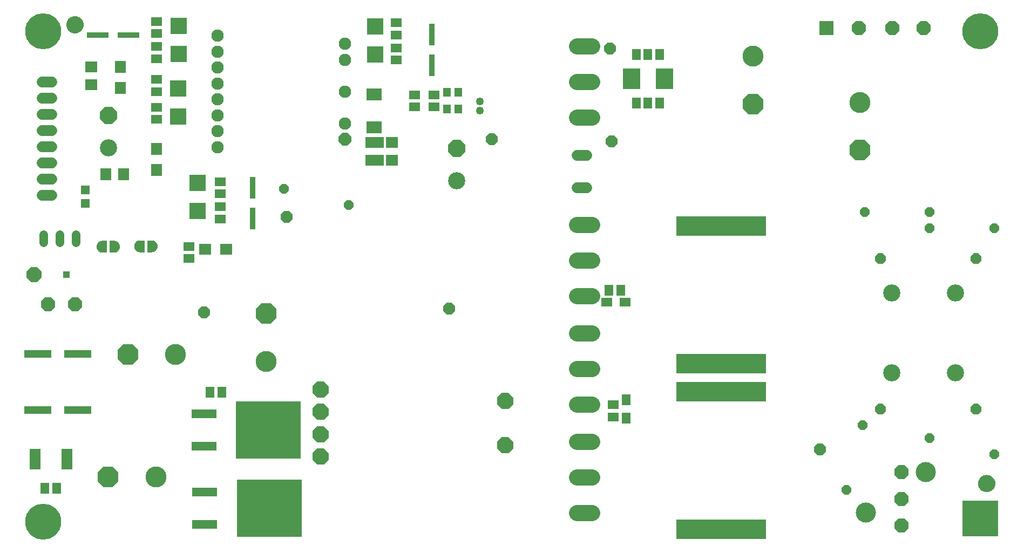
<source format=gts>
G75*
G70*
%OFA0B0*%
%FSLAX24Y24*%
%IPPOS*%
%LPD*%
%AMOC8*
5,1,8,0,0,1.08239X$1,22.5*
%
%ADD10C,0.1060*%
%ADD11OC8,0.0660*%
%ADD12OC8,0.0887*%
%ADD13C,0.1241*%
%ADD14OC8,0.0600*%
%ADD15R,0.0887X0.0887*%
%ADD16C,0.0050*%
%ADD17C,0.0990*%
%ADD18R,0.0572X0.0651*%
%ADD19R,0.0651X0.0532*%
%ADD20C,0.0660*%
%ADD21R,0.0532X0.0651*%
%ADD22R,0.0651X0.0572*%
%ADD23R,0.5572X0.1241*%
%ADD24R,0.1517X0.0572*%
%ADD25R,0.4036X0.3564*%
%ADD26C,0.1296*%
%ADD27OC8,0.1296*%
%ADD28OC8,0.0920*%
%ADD29R,0.0414X0.0414*%
%ADD30OC8,0.0710*%
%ADD31R,0.0651X0.0749*%
%ADD32R,0.1005X0.1005*%
%ADD33R,0.0749X0.0651*%
%ADD34R,0.0360X0.1340*%
%ADD35R,0.1340X0.0360*%
%ADD36R,0.0532X0.0532*%
%ADD37R,0.0690X0.0769*%
%ADD38R,0.0769X0.0690*%
%ADD39R,0.0926X0.0769*%
%ADD40R,0.1123X0.0690*%
%ADD41OC8,0.1060*%
%ADD42R,0.0454X0.0532*%
%ADD43C,0.0769*%
%ADD44OC8,0.0769*%
%ADD45R,0.0770X0.0690*%
%ADD46R,0.0660X0.1260*%
%ADD47R,0.1660X0.0490*%
%ADD48OC8,0.0990*%
%ADD49R,0.0560X0.0660*%
%ADD50R,0.1060X0.1260*%
%ADD51C,0.0010*%
%ADD52C,0.0540*%
%ADD53C,0.0493*%
%ADD54R,0.2225X0.2225*%
%ADD55C,0.2225*%
D10*
X029462Y024125D03*
X007937Y026175D03*
X056319Y017186D03*
X060256Y017186D03*
X060256Y012264D03*
X056319Y012264D03*
D11*
X055612Y010050D03*
X061512Y010050D03*
X061512Y019350D03*
X055612Y019350D03*
D12*
X056912Y006129D03*
X056912Y004475D03*
X056912Y002821D03*
X005864Y016500D03*
X004211Y016500D03*
X054285Y033567D03*
X056335Y033567D03*
X058285Y033567D03*
D13*
X058428Y006129D03*
X054727Y003648D03*
D14*
X053512Y005025D03*
X058662Y008225D03*
X062662Y007225D03*
X054512Y009025D03*
X058662Y021200D03*
X058662Y022200D03*
X054662Y022200D03*
X062662Y021200D03*
X022787Y022625D03*
X018787Y023625D03*
D15*
X052285Y033567D03*
D16*
X006374Y033771D02*
X006367Y033684D01*
X006344Y033600D01*
X006307Y033521D01*
X006257Y033449D01*
X006196Y033388D01*
X006124Y033338D01*
X006045Y033301D01*
X005961Y033278D01*
X005874Y033271D01*
X005787Y033278D01*
X005703Y033301D01*
X005624Y033338D01*
X005553Y033388D01*
X005491Y033449D01*
X005441Y033521D01*
X005404Y033600D01*
X005382Y033684D01*
X005374Y033771D01*
X005382Y033858D01*
X005404Y033942D01*
X005441Y034021D01*
X005491Y034092D01*
X005553Y034154D01*
X005624Y034204D01*
X005703Y034241D01*
X005787Y034263D01*
X005874Y034271D01*
X005961Y034263D01*
X006045Y034241D01*
X006124Y034204D01*
X006196Y034154D01*
X006257Y034092D01*
X006307Y034021D01*
X006344Y033942D01*
X006367Y033858D01*
X006374Y033771D01*
X006374Y033777D02*
X005375Y033777D01*
X005378Y033729D02*
X006371Y033729D01*
X006366Y033680D02*
X005383Y033680D01*
X005396Y033632D02*
X006353Y033632D01*
X006336Y033583D02*
X005412Y033583D01*
X005435Y033535D02*
X006314Y033535D01*
X006283Y033486D02*
X005466Y033486D01*
X005503Y033438D02*
X006245Y033438D01*
X006197Y033389D02*
X005552Y033389D01*
X005620Y033341D02*
X006128Y033341D01*
X006012Y033292D02*
X005736Y033292D01*
X005379Y033826D02*
X006369Y033826D01*
X006362Y033874D02*
X005386Y033874D01*
X005399Y033923D02*
X006349Y033923D01*
X006330Y033971D02*
X005418Y033971D01*
X005441Y034020D02*
X006308Y034020D01*
X006274Y034068D02*
X005474Y034068D01*
X005516Y034117D02*
X006233Y034117D01*
X006180Y034165D02*
X005569Y034165D01*
X005645Y034214D02*
X006103Y034214D01*
X005965Y034262D02*
X005783Y034262D01*
X061740Y005674D02*
X061790Y005746D01*
X061852Y005807D01*
X061923Y005857D01*
X062002Y005894D01*
X062087Y005917D01*
X062173Y005924D01*
X062260Y005917D01*
X062345Y005894D01*
X062423Y005857D01*
X062495Y005807D01*
X062557Y005746D01*
X062607Y005674D01*
X062643Y005595D01*
X062666Y005511D01*
X062673Y005424D01*
X062666Y005338D01*
X062643Y005253D01*
X062607Y005174D01*
X062557Y005103D01*
X062495Y005041D01*
X062423Y004991D01*
X062345Y004955D01*
X062260Y004932D01*
X062173Y004924D01*
X062087Y004932D01*
X062002Y004955D01*
X061923Y004991D01*
X061852Y005041D01*
X061790Y005103D01*
X061740Y005174D01*
X061704Y005253D01*
X061681Y005338D01*
X061673Y005424D01*
X061681Y005511D01*
X061704Y005595D01*
X061740Y005674D01*
X061755Y005696D02*
X062592Y005696D01*
X062619Y005647D02*
X061728Y005647D01*
X061705Y005599D02*
X062642Y005599D01*
X062655Y005550D02*
X061691Y005550D01*
X061680Y005502D02*
X062667Y005502D01*
X062671Y005453D02*
X061676Y005453D01*
X061675Y005405D02*
X062672Y005405D01*
X062668Y005356D02*
X061679Y005356D01*
X061689Y005308D02*
X062658Y005308D01*
X062645Y005259D02*
X061702Y005259D01*
X061724Y005211D02*
X062623Y005211D01*
X062598Y005162D02*
X061749Y005162D01*
X061783Y005114D02*
X062564Y005114D01*
X062519Y005065D02*
X061828Y005065D01*
X061888Y005017D02*
X062459Y005017D01*
X062373Y004968D02*
X061974Y004968D01*
X061789Y005744D02*
X062558Y005744D01*
X062510Y005793D02*
X061837Y005793D01*
X061900Y005841D02*
X062447Y005841D01*
X062355Y005890D02*
X061992Y005890D01*
D17*
X037804Y005818D02*
X036874Y005818D01*
X036874Y003618D02*
X037804Y003618D01*
X037804Y008018D02*
X036874Y008018D01*
X036874Y010311D02*
X037804Y010311D01*
X037804Y012511D02*
X036874Y012511D01*
X036874Y014711D02*
X037804Y014711D01*
X037804Y017004D02*
X036874Y017004D01*
X036874Y019204D02*
X037804Y019204D01*
X037804Y021404D02*
X036874Y021404D01*
X036874Y028028D02*
X037804Y028028D01*
X037804Y030228D02*
X036874Y030228D01*
X036874Y032428D02*
X037804Y032428D01*
D18*
X038838Y017375D03*
X039586Y017375D03*
X014961Y011075D03*
X014213Y011075D03*
X004761Y005150D03*
X004013Y005150D03*
D19*
X038717Y016625D03*
X039858Y016625D03*
D20*
X037489Y023716D02*
X036889Y023716D01*
X036889Y025716D02*
X037489Y025716D01*
X004437Y025225D02*
X003837Y025225D01*
X003837Y024225D02*
X004437Y024225D01*
X004437Y023225D02*
X003837Y023225D01*
X003837Y026225D02*
X004437Y026225D01*
X004437Y027225D02*
X003837Y027225D01*
X003837Y028225D02*
X004437Y028225D01*
X004437Y029225D02*
X003837Y029225D01*
X003837Y030225D02*
X004437Y030225D01*
D21*
X039912Y010596D03*
X039912Y009454D03*
D22*
X039112Y009551D03*
X039112Y010299D03*
X014837Y021776D03*
X014837Y022524D03*
X014837Y023326D03*
X014837Y024074D03*
X012912Y020074D03*
X012912Y019326D03*
X010912Y027926D03*
X010912Y028674D03*
X010912Y029651D03*
X010912Y030399D03*
X010912Y031676D03*
X010912Y032424D03*
X010912Y033226D03*
X010912Y033974D03*
X025712Y033899D03*
X025712Y033151D03*
X025712Y032349D03*
X025712Y031601D03*
X026837Y029449D03*
X026837Y028701D03*
X028037Y028701D03*
X028037Y029449D03*
D23*
X045787Y021352D03*
X045787Y012848D03*
X045787Y011102D03*
X045787Y002598D03*
D24*
X013889Y002900D03*
X013889Y004900D03*
X013839Y007725D03*
X013839Y009725D03*
D25*
X017815Y008725D03*
X017865Y003900D03*
D26*
X010864Y005850D03*
X017687Y012974D03*
X012089Y013400D03*
X047737Y031826D03*
X054362Y028976D03*
D27*
X054362Y026024D03*
X047737Y028874D03*
X017687Y015926D03*
X009136Y013400D03*
X007911Y005850D03*
D28*
X003362Y018325D03*
D29*
X005362Y018325D03*
D30*
X013862Y016000D03*
X018962Y021900D03*
X028987Y016250D03*
X031612Y026700D03*
X039012Y026575D03*
X038912Y032300D03*
X051887Y007525D03*
D31*
X010912Y024810D03*
X010912Y026090D03*
X008687Y029885D03*
X008687Y031165D03*
D32*
X012287Y031984D03*
X012287Y033716D03*
X012262Y029841D03*
X012262Y028109D03*
X013437Y024016D03*
X013437Y022284D03*
X024412Y031934D03*
X024412Y033666D03*
D33*
X015203Y019900D03*
X013923Y019900D03*
D34*
X016837Y021800D03*
X016837Y023700D03*
X027912Y031275D03*
X027912Y033175D03*
D35*
X009187Y033125D03*
X007287Y033125D03*
D36*
X006512Y023563D03*
X006512Y022737D03*
D37*
X007786Y024550D03*
X008889Y024550D03*
D38*
X006887Y030074D03*
X006887Y031176D03*
D39*
X024362Y029454D03*
X024362Y027446D03*
D40*
X024387Y026501D03*
X024387Y025399D03*
D41*
X029462Y026125D03*
X007937Y028175D03*
D42*
X028862Y028563D03*
X029562Y028563D03*
X029562Y029587D03*
X028862Y029587D03*
D43*
X022549Y029650D03*
X022549Y027681D03*
X022549Y031619D03*
X022549Y032603D03*
X014675Y033095D03*
X014675Y032111D03*
X014675Y031126D03*
X014675Y030142D03*
X014675Y029158D03*
X014675Y028174D03*
X014675Y027189D03*
X014675Y026205D03*
D44*
X022549Y026697D03*
D45*
X025462Y026510D03*
X025462Y025390D03*
D46*
X005377Y006925D03*
X003397Y006925D03*
D47*
X003582Y009975D03*
X006042Y009975D03*
X006042Y013450D03*
X003582Y013450D03*
D48*
X021032Y011231D03*
X021032Y009854D03*
X021032Y008476D03*
X021032Y007098D03*
X032449Y007787D03*
X032449Y010543D03*
D49*
X040532Y028925D03*
X041262Y028925D03*
X041992Y028925D03*
X041992Y031925D03*
X041262Y031925D03*
X040532Y031925D03*
D50*
X040232Y030425D03*
X042292Y030425D03*
D51*
X010911Y020234D02*
X010878Y020294D01*
X010835Y020347D01*
X010782Y020391D01*
X010721Y020423D01*
X010656Y020443D01*
X010587Y020450D01*
X010337Y020450D01*
X010337Y019750D01*
X010587Y019750D01*
X010656Y019757D01*
X010721Y019777D01*
X010782Y019809D01*
X010835Y019853D01*
X010878Y019906D01*
X010911Y019966D01*
X010931Y020032D01*
X010937Y020100D01*
X010931Y020168D01*
X010911Y020234D01*
X010337Y020234D01*
X010337Y020242D02*
X010906Y020242D01*
X010902Y020251D02*
X010337Y020251D01*
X010337Y020259D02*
X010897Y020259D01*
X010893Y020268D02*
X010337Y020268D01*
X010337Y020276D02*
X010888Y020276D01*
X010884Y020285D02*
X010337Y020285D01*
X010337Y020293D02*
X010879Y020293D01*
X010873Y020302D02*
X010337Y020302D01*
X010337Y020310D02*
X010866Y020310D01*
X010859Y020319D02*
X010337Y020319D01*
X010337Y020327D02*
X010852Y020327D01*
X010845Y020336D02*
X010337Y020336D01*
X010337Y020344D02*
X010838Y020344D01*
X010829Y020353D02*
X010337Y020353D01*
X010337Y020361D02*
X010818Y020361D01*
X010808Y020370D02*
X010337Y020370D01*
X010337Y020378D02*
X010798Y020378D01*
X010787Y020387D02*
X010337Y020387D01*
X010337Y020395D02*
X010774Y020395D01*
X010758Y020404D02*
X010337Y020404D01*
X010337Y020412D02*
X010743Y020412D01*
X010727Y020421D02*
X010337Y020421D01*
X010337Y020429D02*
X010703Y020429D01*
X010675Y020438D02*
X010337Y020438D01*
X010337Y020446D02*
X010627Y020446D01*
X010914Y020225D02*
X010337Y020225D01*
X010337Y020217D02*
X010916Y020217D01*
X010919Y020208D02*
X010337Y020208D01*
X010337Y020200D02*
X010921Y020200D01*
X010924Y020191D02*
X010337Y020191D01*
X010337Y020183D02*
X010926Y020183D01*
X010929Y020174D02*
X010337Y020174D01*
X010337Y020166D02*
X010931Y020166D01*
X010932Y020157D02*
X010337Y020157D01*
X010337Y020149D02*
X010933Y020149D01*
X010934Y020140D02*
X010337Y020140D01*
X010337Y020132D02*
X010934Y020132D01*
X010935Y020123D02*
X010337Y020123D01*
X010337Y020115D02*
X010936Y020115D01*
X010937Y020106D02*
X010337Y020106D01*
X010337Y020098D02*
X010937Y020098D01*
X010936Y020089D02*
X010337Y020089D01*
X010337Y020081D02*
X010936Y020081D01*
X010935Y020072D02*
X010337Y020072D01*
X010337Y020064D02*
X010934Y020064D01*
X010933Y020055D02*
X010337Y020055D01*
X010337Y020047D02*
X010932Y020047D01*
X010931Y020038D02*
X010337Y020038D01*
X010337Y020030D02*
X010930Y020030D01*
X010928Y020021D02*
X010337Y020021D01*
X010337Y020013D02*
X010925Y020013D01*
X010922Y020004D02*
X010337Y020004D01*
X010337Y019996D02*
X010920Y019996D01*
X010917Y019987D02*
X010337Y019987D01*
X010337Y019979D02*
X010915Y019979D01*
X010912Y019970D02*
X010337Y019970D01*
X010337Y019962D02*
X010908Y019962D01*
X010904Y019953D02*
X010337Y019953D01*
X010337Y019945D02*
X010899Y019945D01*
X010895Y019936D02*
X010337Y019936D01*
X010337Y019928D02*
X010890Y019928D01*
X010886Y019919D02*
X010337Y019919D01*
X010337Y019911D02*
X010881Y019911D01*
X010876Y019902D02*
X010337Y019902D01*
X010337Y019894D02*
X010869Y019894D01*
X010862Y019885D02*
X010337Y019885D01*
X010337Y019877D02*
X010855Y019877D01*
X010848Y019868D02*
X010337Y019868D01*
X010337Y019860D02*
X010841Y019860D01*
X010833Y019851D02*
X010337Y019851D01*
X010337Y019843D02*
X010823Y019843D01*
X010812Y019834D02*
X010337Y019834D01*
X010337Y019826D02*
X010802Y019826D01*
X010792Y019817D02*
X010337Y019817D01*
X010337Y019809D02*
X010781Y019809D01*
X010765Y019800D02*
X010337Y019800D01*
X010337Y019792D02*
X010749Y019792D01*
X010733Y019783D02*
X010337Y019783D01*
X010337Y019775D02*
X010715Y019775D01*
X010686Y019766D02*
X010337Y019766D01*
X010337Y019758D02*
X010658Y019758D01*
X010137Y019758D02*
X009816Y019758D01*
X009819Y019757D02*
X009887Y019750D01*
X010137Y019750D01*
X010137Y020450D01*
X009887Y020450D01*
X009819Y020443D01*
X009754Y020423D01*
X009693Y020391D01*
X009640Y020347D01*
X009596Y020294D01*
X009564Y020234D01*
X009544Y020168D01*
X009537Y020100D01*
X009544Y020032D01*
X009564Y019966D01*
X009596Y019906D01*
X009640Y019853D01*
X009693Y019809D01*
X009754Y019777D01*
X009819Y019757D01*
X009788Y019766D02*
X010137Y019766D01*
X010137Y019775D02*
X009760Y019775D01*
X009742Y019783D02*
X010137Y019783D01*
X010137Y019792D02*
X009726Y019792D01*
X009710Y019800D02*
X010137Y019800D01*
X010137Y019809D02*
X009694Y019809D01*
X009683Y019817D02*
X010137Y019817D01*
X010137Y019826D02*
X009673Y019826D01*
X009662Y019834D02*
X010137Y019834D01*
X010137Y019843D02*
X009652Y019843D01*
X009642Y019851D02*
X010137Y019851D01*
X010137Y019860D02*
X009634Y019860D01*
X009627Y019868D02*
X010137Y019868D01*
X010137Y019877D02*
X009620Y019877D01*
X009613Y019885D02*
X010137Y019885D01*
X010137Y019894D02*
X009606Y019894D01*
X009599Y019902D02*
X010137Y019902D01*
X010137Y019911D02*
X009594Y019911D01*
X009589Y019919D02*
X010137Y019919D01*
X010137Y019928D02*
X009585Y019928D01*
X009580Y019936D02*
X010137Y019936D01*
X010137Y019945D02*
X009576Y019945D01*
X009571Y019953D02*
X010137Y019953D01*
X010137Y019962D02*
X009567Y019962D01*
X009563Y019970D02*
X010137Y019970D01*
X010137Y019979D02*
X009560Y019979D01*
X009558Y019987D02*
X010137Y019987D01*
X010137Y019996D02*
X009555Y019996D01*
X009553Y020004D02*
X010137Y020004D01*
X010137Y020013D02*
X009550Y020013D01*
X009547Y020021D02*
X010137Y020021D01*
X010137Y020030D02*
X009545Y020030D01*
X009544Y020038D02*
X010137Y020038D01*
X010137Y020047D02*
X009543Y020047D01*
X009542Y020055D02*
X010137Y020055D01*
X010137Y020064D02*
X009541Y020064D01*
X009540Y020072D02*
X010137Y020072D01*
X010137Y020081D02*
X009539Y020081D01*
X009539Y020089D02*
X010137Y020089D01*
X010137Y020098D02*
X009538Y020098D01*
X009538Y020106D02*
X010137Y020106D01*
X010137Y020115D02*
X009539Y020115D01*
X009540Y020123D02*
X010137Y020123D01*
X010137Y020132D02*
X009541Y020132D01*
X009541Y020140D02*
X010137Y020140D01*
X010137Y020149D02*
X009542Y020149D01*
X009543Y020157D02*
X010137Y020157D01*
X010137Y020166D02*
X009544Y020166D01*
X009546Y020174D02*
X010137Y020174D01*
X010137Y020183D02*
X009549Y020183D01*
X009551Y020191D02*
X010137Y020191D01*
X010137Y020200D02*
X009554Y020200D01*
X009556Y020208D02*
X010137Y020208D01*
X010137Y020217D02*
X009559Y020217D01*
X009561Y020225D02*
X010137Y020225D01*
X010137Y020234D02*
X009564Y020234D01*
X009568Y020242D02*
X010137Y020242D01*
X010137Y020251D02*
X009573Y020251D01*
X009578Y020259D02*
X010137Y020259D01*
X010137Y020268D02*
X009582Y020268D01*
X009587Y020276D02*
X010137Y020276D01*
X010137Y020285D02*
X009591Y020285D01*
X009596Y020293D02*
X010137Y020293D01*
X010137Y020302D02*
X009602Y020302D01*
X009609Y020310D02*
X010137Y020310D01*
X010137Y020319D02*
X009616Y020319D01*
X009623Y020327D02*
X010137Y020327D01*
X010137Y020336D02*
X009630Y020336D01*
X009637Y020344D02*
X010137Y020344D01*
X010137Y020353D02*
X009646Y020353D01*
X009657Y020361D02*
X010137Y020361D01*
X010137Y020370D02*
X009667Y020370D01*
X009677Y020378D02*
X010137Y020378D01*
X010137Y020387D02*
X009688Y020387D01*
X009701Y020395D02*
X010137Y020395D01*
X010137Y020404D02*
X009717Y020404D01*
X009732Y020412D02*
X010137Y020412D01*
X010137Y020421D02*
X009748Y020421D01*
X009772Y020429D02*
X010137Y020429D01*
X010137Y020438D02*
X009800Y020438D01*
X009848Y020446D02*
X010137Y020446D01*
X008606Y020143D02*
X008586Y020209D01*
X008553Y020269D01*
X008510Y020322D01*
X008457Y020366D01*
X008396Y020398D01*
X008331Y020418D01*
X008262Y020425D01*
X008012Y020425D01*
X008012Y019725D01*
X008262Y019725D01*
X008331Y019732D01*
X008396Y019752D01*
X008457Y019784D01*
X008510Y019828D01*
X008553Y019881D01*
X008586Y019941D01*
X008606Y020007D01*
X008612Y020075D01*
X008606Y020143D01*
X008606Y020140D02*
X008012Y020140D01*
X008012Y020132D02*
X008607Y020132D01*
X008608Y020123D02*
X008012Y020123D01*
X008012Y020115D02*
X008609Y020115D01*
X008609Y020106D02*
X008012Y020106D01*
X008012Y020098D02*
X008610Y020098D01*
X008611Y020089D02*
X008012Y020089D01*
X008012Y020081D02*
X008612Y020081D01*
X008612Y020072D02*
X008012Y020072D01*
X008012Y020064D02*
X008611Y020064D01*
X008611Y020055D02*
X008012Y020055D01*
X008012Y020047D02*
X008610Y020047D01*
X008609Y020038D02*
X008012Y020038D01*
X008012Y020030D02*
X008608Y020030D01*
X008607Y020021D02*
X008012Y020021D01*
X008012Y020013D02*
X008606Y020013D01*
X008605Y020004D02*
X008012Y020004D01*
X008012Y019996D02*
X008602Y019996D01*
X008600Y019987D02*
X008012Y019987D01*
X008012Y019979D02*
X008597Y019979D01*
X008595Y019970D02*
X008012Y019970D01*
X008012Y019962D02*
X008592Y019962D01*
X008589Y019953D02*
X008012Y019953D01*
X008012Y019945D02*
X008587Y019945D01*
X008583Y019936D02*
X008012Y019936D01*
X008012Y019928D02*
X008579Y019928D01*
X008574Y019919D02*
X008012Y019919D01*
X008012Y019911D02*
X008570Y019911D01*
X008565Y019902D02*
X008012Y019902D01*
X008012Y019894D02*
X008560Y019894D01*
X008556Y019885D02*
X008012Y019885D01*
X008012Y019877D02*
X008550Y019877D01*
X008543Y019868D02*
X008012Y019868D01*
X008012Y019860D02*
X008536Y019860D01*
X008529Y019851D02*
X008012Y019851D01*
X008012Y019843D02*
X008522Y019843D01*
X008515Y019834D02*
X008012Y019834D01*
X008012Y019826D02*
X008508Y019826D01*
X008497Y019817D02*
X008012Y019817D01*
X008012Y019809D02*
X008487Y019809D01*
X008476Y019800D02*
X008012Y019800D01*
X008012Y019792D02*
X008466Y019792D01*
X008455Y019783D02*
X008012Y019783D01*
X008012Y019775D02*
X008439Y019775D01*
X008423Y019766D02*
X008012Y019766D01*
X008012Y019758D02*
X008407Y019758D01*
X008388Y019749D02*
X008012Y019749D01*
X008012Y019741D02*
X008360Y019741D01*
X008332Y019732D02*
X008012Y019732D01*
X007812Y019732D02*
X007493Y019732D01*
X007494Y019732D02*
X007562Y019725D01*
X007812Y019725D01*
X007812Y020425D01*
X007562Y020425D01*
X007494Y020418D01*
X007429Y020398D01*
X007368Y020366D01*
X007315Y020322D01*
X007271Y020269D01*
X007239Y020209D01*
X007219Y020143D01*
X007212Y020075D01*
X007219Y020007D01*
X007239Y019941D01*
X007271Y019881D01*
X007315Y019828D01*
X007368Y019784D01*
X007429Y019752D01*
X007494Y019732D01*
X007465Y019741D02*
X007812Y019741D01*
X007812Y019749D02*
X007437Y019749D01*
X007417Y019758D02*
X007812Y019758D01*
X007812Y019766D02*
X007402Y019766D01*
X007386Y019775D02*
X007812Y019775D01*
X007812Y019783D02*
X007370Y019783D01*
X007359Y019792D02*
X007812Y019792D01*
X007812Y019800D02*
X007348Y019800D01*
X007338Y019809D02*
X007812Y019809D01*
X007812Y019817D02*
X007328Y019817D01*
X007317Y019826D02*
X007812Y019826D01*
X007812Y019834D02*
X007310Y019834D01*
X007303Y019843D02*
X007812Y019843D01*
X007812Y019851D02*
X007296Y019851D01*
X007289Y019860D02*
X007812Y019860D01*
X007812Y019868D02*
X007282Y019868D01*
X007275Y019877D02*
X007812Y019877D01*
X007812Y019885D02*
X007269Y019885D01*
X007265Y019894D02*
X007812Y019894D01*
X007812Y019902D02*
X007260Y019902D01*
X007255Y019911D02*
X007812Y019911D01*
X007812Y019919D02*
X007251Y019919D01*
X007246Y019928D02*
X007812Y019928D01*
X007812Y019936D02*
X007242Y019936D01*
X007238Y019945D02*
X007812Y019945D01*
X007812Y019953D02*
X007235Y019953D01*
X007233Y019962D02*
X007812Y019962D01*
X007812Y019970D02*
X007230Y019970D01*
X007228Y019979D02*
X007812Y019979D01*
X007812Y019987D02*
X007225Y019987D01*
X007223Y019996D02*
X007812Y019996D01*
X007812Y020004D02*
X007220Y020004D01*
X007219Y020013D02*
X007812Y020013D01*
X007812Y020021D02*
X007218Y020021D01*
X007217Y020030D02*
X007812Y020030D01*
X007812Y020038D02*
X007216Y020038D01*
X007215Y020047D02*
X007812Y020047D01*
X007812Y020055D02*
X007214Y020055D01*
X007214Y020064D02*
X007812Y020064D01*
X007812Y020072D02*
X007213Y020072D01*
X007213Y020081D02*
X007812Y020081D01*
X007812Y020089D02*
X007214Y020089D01*
X007215Y020098D02*
X007812Y020098D01*
X007812Y020106D02*
X007216Y020106D01*
X007216Y020115D02*
X007812Y020115D01*
X007812Y020123D02*
X007217Y020123D01*
X007218Y020132D02*
X007812Y020132D01*
X007812Y020140D02*
X007219Y020140D01*
X007221Y020149D02*
X007812Y020149D01*
X007812Y020157D02*
X007223Y020157D01*
X007226Y020166D02*
X007812Y020166D01*
X007812Y020174D02*
X007229Y020174D01*
X007231Y020183D02*
X007812Y020183D01*
X007812Y020191D02*
X007234Y020191D01*
X007236Y020200D02*
X007812Y020200D01*
X007812Y020208D02*
X007239Y020208D01*
X007243Y020217D02*
X007812Y020217D01*
X007812Y020225D02*
X007248Y020225D01*
X007252Y020234D02*
X007812Y020234D01*
X007812Y020242D02*
X007257Y020242D01*
X007261Y020251D02*
X007812Y020251D01*
X007812Y020259D02*
X007266Y020259D01*
X007270Y020268D02*
X007812Y020268D01*
X007812Y020276D02*
X007277Y020276D01*
X007284Y020285D02*
X007812Y020285D01*
X007812Y020293D02*
X007291Y020293D01*
X007298Y020302D02*
X007812Y020302D01*
X007812Y020310D02*
X007305Y020310D01*
X007312Y020319D02*
X007812Y020319D01*
X007812Y020327D02*
X007321Y020327D01*
X007331Y020336D02*
X007812Y020336D01*
X007812Y020344D02*
X007341Y020344D01*
X007352Y020353D02*
X007812Y020353D01*
X007812Y020361D02*
X007362Y020361D01*
X007375Y020370D02*
X007812Y020370D01*
X007812Y020378D02*
X007391Y020378D01*
X007406Y020387D02*
X007812Y020387D01*
X007812Y020395D02*
X007422Y020395D01*
X007446Y020404D02*
X007812Y020404D01*
X007812Y020412D02*
X007474Y020412D01*
X007517Y020421D02*
X007812Y020421D01*
X008012Y020421D02*
X008307Y020421D01*
X008351Y020412D02*
X008012Y020412D01*
X008012Y020404D02*
X008379Y020404D01*
X008403Y020395D02*
X008012Y020395D01*
X008012Y020387D02*
X008418Y020387D01*
X008434Y020378D02*
X008012Y020378D01*
X008012Y020370D02*
X008450Y020370D01*
X008463Y020361D02*
X008012Y020361D01*
X008012Y020353D02*
X008473Y020353D01*
X008484Y020344D02*
X008012Y020344D01*
X008012Y020336D02*
X008494Y020336D01*
X008504Y020327D02*
X008012Y020327D01*
X008012Y020319D02*
X008513Y020319D01*
X008520Y020310D02*
X008012Y020310D01*
X008012Y020302D02*
X008527Y020302D01*
X008534Y020293D02*
X008012Y020293D01*
X008012Y020285D02*
X008541Y020285D01*
X008548Y020276D02*
X008012Y020276D01*
X008012Y020268D02*
X008554Y020268D01*
X008559Y020259D02*
X008012Y020259D01*
X008012Y020251D02*
X008564Y020251D01*
X008568Y020242D02*
X008012Y020242D01*
X008012Y020234D02*
X008573Y020234D01*
X008577Y020225D02*
X008012Y020225D01*
X008012Y020217D02*
X008582Y020217D01*
X008586Y020208D02*
X008012Y020208D01*
X008012Y020200D02*
X008589Y020200D01*
X008591Y020191D02*
X008012Y020191D01*
X008012Y020183D02*
X008594Y020183D01*
X008596Y020174D02*
X008012Y020174D01*
X008012Y020166D02*
X008599Y020166D01*
X008602Y020157D02*
X008012Y020157D01*
X008012Y020149D02*
X008604Y020149D01*
D52*
X005937Y020310D02*
X005937Y020790D01*
X004937Y020790D02*
X004937Y020310D01*
X003937Y020310D02*
X003937Y020790D01*
D53*
X030887Y028455D03*
X030887Y029045D03*
D54*
X061780Y003259D03*
D55*
X003906Y003062D03*
X003906Y033377D03*
X061780Y033377D03*
M02*

</source>
